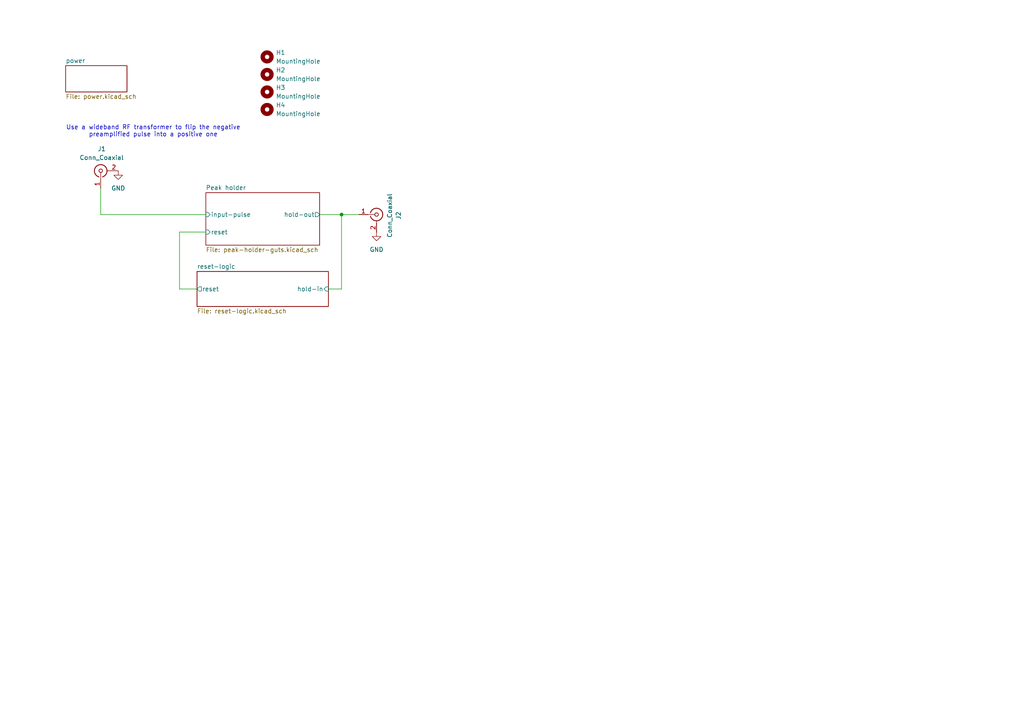
<source format=kicad_sch>
(kicad_sch (version 20231120) (generator "eeschema") (generator_version "8.0")
  (paper "A4")
  (lib_symbols
    (symbol "Connector:Conn_Coaxial" (pin_names (offset 1.016) hide)
      (property "Reference" "J" (at 0.254 3.048 0))
      (property "Value" "Conn_Coaxial" (at 2.921 0 90))
      (symbol "Conn_Coaxial_0_1"
        (arc (start -1.778 -0.508) (mid 0.2311 -1.8066) (end 1.778 0) (stroke (width 0.254)))
        (polyline (pts (xy -2.54 0) (xy -0.508 0)))
        (polyline (pts (xy 0 -2.54) (xy 0 -1.778)))
        (circle (center 0 0) (radius 0.508) (stroke (width 0.2032)))
        (arc (start 1.778 0) (mid 0.2099 1.8101) (end -1.778 0.508) (stroke (width 0.254)))
      )
      (symbol "Conn_Coaxial_1_1"
        (pin passive line (at -5.08 0 0) (length 2.54) (name "In") (number "1"))
        (pin passive line (at 0 -5.08 90) (length 2.54) (name "Ext") (number "2"))
      )
    )
    (symbol "Mechanical:MountingHole" (pin_names (offset 1.016)) (exclude_from_sim yes) (in_bom no)
      (property "Reference" "H" (at 0 5.08 0))
      (property "Value" "MountingHole" (at 0 3.175 0))
      (symbol "MountingHole_0_1"
        (circle (center 0 0) (radius 1.27) (stroke (width 1.27)))
      )
    )
    (symbol "power:GND" (power) (pin_numbers hide) (pin_names (offset 0) hide)
      (property "Value" "GND" (at 0 -3.81 0))
      (symbol "GND_0_1"
        (polyline (pts (xy 0 0) (xy 0 -1.27) (xy 1.27 -1.27) (xy 0 -2.54) (xy -1.27 -1.27) (xy 0 -1.27)))
      )
      (symbol "GND_1_1"
        (pin power_in line (at 0 0 270) (length 0) (name "~") (number "1"))
      )
    )
  )
  (junction (at 99.06 62.23))
  (wire (pts (xy 99.06 83.82) (xy 99.06 62.23)))
  (wire (pts (xy 52.07 67.31) (xy 52.07 83.82)))
  (wire (pts (xy 92.71 62.23) (xy 99.06 62.23)))
  (wire (pts (xy 52.07 67.31) (xy 59.69 67.31)))
  (wire (pts (xy 29.21 62.23) (xy 59.69 62.23)))
  (wire (pts (xy 95.25 83.82) (xy 99.06 83.82)))
  (wire (pts (xy 29.21 54.61) (xy 29.21 62.23)))
  (wire (pts (xy 52.07 83.82) (xy 57.15 83.82)))
  (wire (pts (xy 99.06 62.23) (xy 104.14 62.23)))
  (text "Use a wideband RF transformer to flip the negative\npreamplified pulse into a positive one" (at 44.45 38.1 0) (effects (font (size 1.27 1.27))))
  (symbol (lib_id "Mechanical:MountingHole") (at 77.47 31.75 0) (unit 1) (exclude_from_sim yes) (in_bom no)
    (property "Reference" "H4" (at 80.01 30.4799 0) (effects (justify left)))
    (property "Value" "MountingHole" (at 80.01 33.0199 0) (effects (justify left)))
    (property "Footprint" "MountingHole:MountingHole_3.5mm" (effects (hide yes)))
    (property "Description" "Mounting Hole without connection" (effects (hide yes)))
  )
  (symbol (lib_id "power:GND") (at 34.29 49.53 0) (unit 1)
    (property "Reference" "#PWR01" (effects (hide yes)))
    (property "Value" "GND" (at 34.29 54.61 0))
    (property "Description" "Power symbol creates a global label with name \"GND\" , ground" (effects (hide yes)))
  )
  (symbol (lib_id "Connector:Conn_Coaxial") (at 29.21 49.53 90) (unit 1)
    (property "Reference" "J1" (at 29.5032 43.18 90))
    (property "Value" "Conn_Coaxial" (at 29.5032 45.72 90))
    (property "Footprint" "Connector_Coaxial:MMCX_Molex_73415-1471_Vertical" (effects (hide yes)))
    (property "Datasheet" " ~" (effects (hide yes)))
    (property "Description" "coaxial connector (BNC, SMA, SMB, SMC, Cinch/RCA, LEMO, ...)" (effects (hide yes)))
  )
  (symbol (lib_id "Mechanical:MountingHole") (at 77.47 16.51 0) (unit 1) (exclude_from_sim yes) (in_bom no)
    (property "Reference" "H1" (at 80.01 15.2399 0) (effects (justify left)))
    (property "Value" "MountingHole" (at 80.01 17.7799 0) (effects (justify left)))
    (property "Footprint" "MountingHole:MountingHole_3.5mm" (effects (hide yes)))
    (property "Description" "Mounting Hole without connection" (effects (hide yes)))
  )
  (symbol (lib_id "Mechanical:MountingHole") (at 77.47 26.67 0) (unit 1) (exclude_from_sim yes) (in_bom no)
    (property "Reference" "H3" (at 80.01 25.3999 0) (effects (justify left)))
    (property "Value" "MountingHole" (at 80.01 27.9399 0) (effects (justify left)))
    (property "Footprint" "MountingHole:MountingHole_3.5mm" (effects (hide yes)))
    (property "Description" "Mounting Hole without connection" (effects (hide yes)))
  )
  (symbol (lib_id "Mechanical:MountingHole") (at 77.47 21.59 0) (unit 1) (exclude_from_sim yes) (in_bom no)
    (property "Reference" "H2" (at 80.01 20.3199 0) (effects (justify left)))
    (property "Value" "MountingHole" (at 80.01 22.8599 0) (effects (justify left)))
    (property "Footprint" "MountingHole:MountingHole_3.5mm" (effects (hide yes)))
    (property "Description" "Mounting Hole without connection" (effects (hide yes)))
  )
  (symbol (lib_id "power:GND") (at 109.22 67.31 0) (unit 1)
    (property "Reference" "#PWR027" (effects (hide yes)))
    (property "Value" "GND" (at 109.22 72.39 0))
    (property "Description" "Power symbol creates a global label with name \"GND\" , ground" (effects (hide yes)))
  )
  (symbol (lib_id "Connector:Conn_Coaxial") (at 109.22 62.23 0) (unit 1)
    (property "Reference" "J2" (at 115.57 62.5232 90))
    (property "Value" "Conn_Coaxial" (at 113.03 62.5232 90))
    (property "Footprint" "Connector_Coaxial:MMCX_Molex_73415-1471_Vertical" (effects (hide yes)))
    (property "Datasheet" " ~" (effects (hide yes)))
    (property "Description" "coaxial connector (BNC, SMA, SMB, SMC, Cinch/RCA, LEMO, ...)" (effects (hide yes)))
  )
  (sheet (at 19.05 19.05) (size 17.78 7.62) (stroke (width 0.1524))
    (property "Sheetname" "power" (at 19.05 18.3384 0) (effects (justify left bottom)))
    (property "Sheetfile" "power.kicad_sch" (at 19.05 27.2546 0) (effects (justify left top)))
  )
  (sheet (at 59.69 55.88) (size 33.02 15.24) (stroke (width 0.1524))
    (property "Sheetname" "Peak holder" (at 59.69 55.1684 0) (effects (justify left bottom)))
    (property "Sheetfile" "peak-holder-guts.kicad_sch" (at 59.69 71.7046 0) (effects (justify left top)))
    (pin "input-pulse" input (at 59.69 62.23 180))
    (pin "hold-out" output (at 92.71 62.23 0))
    (pin "reset" input (at 59.69 67.31 180))
  )
  (sheet (at 57.15 78.74) (size 38.1 10.16) (stroke (width 0.1524))
    (property "Sheetname" "reset-logic" (at 57.15 78.0284 0) (effects (justify left bottom)))
    (property "Sheetfile" "reset-logic.kicad_sch" (at 57.15 89.4846 0) (effects (justify left top)))
    (pin "hold-in" input (at 95.25 83.82 0))
    (pin "reset" output (at 57.15 83.82 180))
  )
)
</source>
